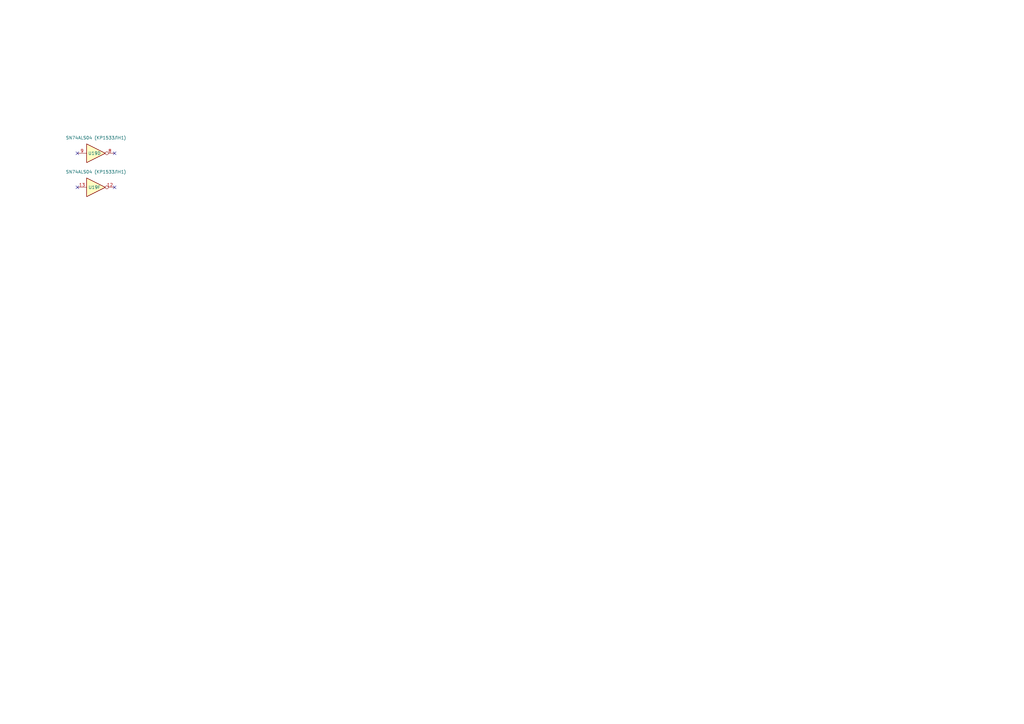
<source format=kicad_sch>
(kicad_sch (version 20211123) (generator eeschema)
  (paper "A3")
  (title_block (comment 2 "Евстафьев"))
  (lib_symbols
    (symbol "74xx:74LS04"
      (property "Reference" "U" (at 0 1.27 0))
      (property "Value" "74LS04" (at 0 -1.27 0))
      (symbol "74LS04_1_0"
        (polyline (pts (xy -3.81 3.81) (xy -3.81 -3.81) (xy 3.81 0) (xy -3.81 3.81)) (stroke (width 0.254)) (fill (type background)))
        (pin input line (at -7.62 0 0) (length 3.81) (name "~") (number "1"))
        (pin output inverted (at 7.62 0 180) (length 3.81) (name "~") (number "2"))
      )
      (symbol "74LS04_2_0"
        (polyline (pts (xy -3.81 3.81) (xy -3.81 -3.81) (xy 3.81 0) (xy -3.81 3.81)) (stroke (width 0.254)) (fill (type background)))
        (pin input line (at -7.62 0 0) (length 3.81) (name "~") (number "3"))
        (pin output inverted (at 7.62 0 180) (length 3.81) (name "~") (number "4"))
      )
      (symbol "74LS04_3_0"
        (polyline (pts (xy -3.81 3.81) (xy -3.81 -3.81) (xy 3.81 0) (xy -3.81 3.81)) (stroke (width 0.254)) (fill (type background)))
        (pin input line (at -7.62 0 0) (length 3.81) (name "~") (number "5"))
        (pin output inverted (at 7.62 0 180) (length 3.81) (name "~") (number "6"))
      )
      (symbol "74LS04_4_0"
        (polyline (pts (xy -3.81 3.81) (xy -3.81 -3.81) (xy 3.81 0) (xy -3.81 3.81)) (stroke (width 0.254)) (fill (type background)))
        (pin output inverted (at 7.62 0 180) (length 3.81) (name "~") (number "8"))
        (pin input line (at -7.62 0 0) (length 3.81) (name "~") (number "9"))
      )
      (symbol "74LS04_5_0"
        (polyline (pts (xy -3.81 3.81) (xy -3.81 -3.81) (xy 3.81 0) (xy -3.81 3.81)) (stroke (width 0.254)) (fill (type background)))
        (pin output inverted (at 7.62 0 180) (length 3.81) (name "~") (number "10"))
        (pin input line (at -7.62 0 0) (length 3.81) (name "~") (number "11"))
      )
      (symbol "74LS04_6_0"
        (polyline (pts (xy -3.81 3.81) (xy -3.81 -3.81) (xy 3.81 0) (xy -3.81 3.81)) (stroke (width 0.254)) (fill (type background)))
        (pin output inverted (at 7.62 0 180) (length 3.81) (name "~") (number "12"))
        (pin input line (at -7.62 0 0) (length 3.81) (name "~") (number "13"))
      )
      (symbol "74LS04_7_0"
        (pin power_in line (at 0 12.7 270) (length 5.08) (name "VCC") (number "14"))
        (pin power_in line (at 0 -12.7 90) (length 5.08) (name "GND") (number "7"))
      )
      (symbol "74LS04_7_1"
        (rectangle (start -5.08 7.62) (end 5.08 -7.62) (stroke (width 0.254)) (fill (type background)))
      )
    )
  )
  (no_connect (at 46.99 76.835))
  (no_connect (at 46.99 62.865))
  (no_connect (at 31.75 62.865))
  (no_connect (at 31.75 76.835))
  (symbol (lib_id "74xx:74LS04") (at 39.37 76.835 0) (unit 6)
    (property "Reference" "U19" (at 38.735 76.835 0))
    (property "Value" "SN74ALS04 (КР1533ЛН1)" (at 39.37 70.485 0))
    (property "Footprint" "Package_DIP:DIP-14_W7.62mm_Socket_LongPads" (effects hide))
    (property "Datasheet" "http://www.ti.com/lit/gpn/sn74LS04" (effects hide))
  )
  (symbol (lib_id "74xx:74LS04") (at 39.37 62.865 0) (unit 4)
    (property "Reference" "U19" (at 38.735 62.865 0))
    (property "Value" "SN74ALS04 (КР1533ЛН1)" (at 39.37 56.515 0))
    (property "Footprint" "Package_DIP:DIP-14_W7.62mm_Socket_LongPads" (effects hide))
    (property "Datasheet" "http://www.ti.com/lit/gpn/sn74LS04" (effects hide))
  )
)
</source>
